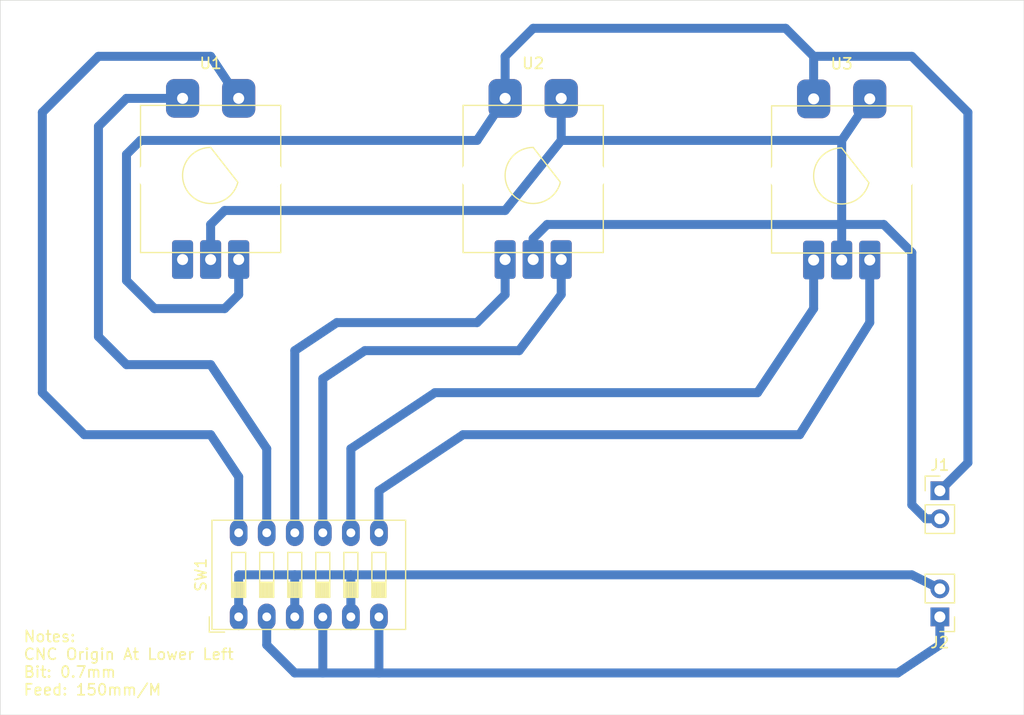
<source format=kicad_pcb>
(kicad_pcb (version 20171130) (host pcbnew "(5.1.7-0-10_14)")

  (general
    (thickness 1.6)
    (drawings 5)
    (tracks 85)
    (zones 0)
    (modules 6)
    (nets 12)
  )

  (page User 150.012 150.012)
  (layers
    (0 F.Cu jumper)
    (31 B.Cu signal)
    (37 F.SilkS user)
    (40 Dwgs.User user)
    (41 Cmts.User user)
    (42 Eco1.User user)
    (43 Eco2.User user)
    (44 Edge.Cuts user)
    (45 Margin user)
    (46 B.CrtYd user hide)
    (47 F.CrtYd user)
  )

  (setup
    (last_trace_width 0.6096)
    (user_trace_width 0.2032)
    (user_trace_width 0.3048)
    (user_trace_width 0.4064)
    (user_trace_width 0.6096)
    (user_trace_width 0.8128)
    (user_trace_width 1.2192)
    (trace_clearance 0.2)
    (zone_clearance 0.508)
    (zone_45_only no)
    (trace_min 0.2)
    (via_size 1)
    (via_drill 0.8)
    (via_min_size 0.8)
    (via_min_drill 0.8)
    (uvia_size 0.3)
    (uvia_drill 0.1)
    (uvias_allowed no)
    (uvia_min_size 0.2)
    (uvia_min_drill 0.1)
    (edge_width 0.05)
    (segment_width 0.2)
    (pcb_text_width 0.3)
    (pcb_text_size 1.5 1.5)
    (mod_edge_width 0.12)
    (mod_text_size 1 1)
    (mod_text_width 0.15)
    (pad_size 1.524 1.524)
    (pad_drill 0.762)
    (pad_to_mask_clearance 0.051)
    (solder_mask_min_width 0.25)
    (aux_axis_origin 0 0)
    (visible_elements FFFFFF7F)
    (pcbplotparams
      (layerselection 0x01020_ffffffff)
      (usegerberextensions false)
      (usegerberattributes false)
      (usegerberadvancedattributes false)
      (creategerberjobfile false)
      (excludeedgelayer true)
      (linewidth 0.100000)
      (plotframeref false)
      (viasonmask false)
      (mode 1)
      (useauxorigin false)
      (hpglpennumber 1)
      (hpglpenspeed 20)
      (hpglpendiameter 15.000000)
      (psnegative false)
      (psa4output false)
      (plotreference true)
      (plotvalue true)
      (plotinvisibletext false)
      (padsonsilk false)
      (subtractmaskfromsilk false)
      (outputformat 1)
      (mirror false)
      (drillshape 0)
      (scaleselection 1)
      (outputdirectory "out/"))
  )

  (net 0 "")
  (net 1 "Net-(SW1-Pad12)")
  (net 2 "Net-(SW1-Pad11)")
  (net 3 "Net-(SW1-Pad10)")
  (net 4 "Net-(SW1-Pad9)")
  (net 5 "Net-(SW1-Pad8)")
  (net 6 "Net-(SW1-Pad7)")
  (net 7 "Net-(U1-Pad1)")
  (net 8 "Net-(J2-Pad2)")
  (net 9 "Net-(J2-Pad1)")
  (net 10 "Net-(J1-Pad1)")
  (net 11 "Net-(J1-Pad2)")

  (net_class Default "This is the default net class."
    (clearance 0.2)
    (trace_width 0.6096)
    (via_dia 1)
    (via_drill 0.8)
    (uvia_dia 0.3)
    (uvia_drill 0.1)
    (add_net "Net-(J1-Pad1)")
    (add_net "Net-(J1-Pad2)")
    (add_net "Net-(J2-Pad1)")
    (add_net "Net-(J2-Pad2)")
    (add_net "Net-(SW1-Pad10)")
    (add_net "Net-(SW1-Pad11)")
    (add_net "Net-(SW1-Pad12)")
    (add_net "Net-(SW1-Pad7)")
    (add_net "Net-(SW1-Pad8)")
    (add_net "Net-(SW1-Pad9)")
    (add_net "Net-(U1-Pad1)")
  )

  (module z_Encoders:enc_PEC_12R (layer F.Cu) (tedit 5E432313) (tstamp 5E06C960)
    (at 97.79 35.604999)
    (descr "PEC 12R Encoder")
    (tags encoder)
    (path /5E067EDB)
    (fp_text reference U3 (at 0 -3.175) (layer F.SilkS)
      (effects (font (size 1 1) (thickness 0.15)))
    )
    (fp_text value enc_PEC (at 0 -5.715) (layer F.Fab)
      (effects (font (size 1 1) (thickness 0.15)))
    )
    (fp_line (start -7.62 16.764) (end -7.62 -2.032) (layer F.Fab) (width 0.12))
    (fp_line (start 7.9756 16.764) (end -7.62 16.764) (layer F.Fab) (width 0.12))
    (fp_line (start 7.9756 -2.032) (end 7.9756 16.764) (layer F.Fab) (width 0.12))
    (fp_line (start -7.62 -2.032) (end 7.9756 -2.032) (layer F.Fab) (width 0.12))
    (fp_line (start -6.35 0.635) (end 6.35 0.635) (layer F.SilkS) (width 0.12))
    (fp_line (start 6.35 0.635) (end 6.35 13.97) (layer F.SilkS) (width 0.12))
    (fp_line (start 6.35 13.97) (end -6.35 13.97) (layer F.SilkS) (width 0.12))
    (fp_line (start -6.35 13.97) (end -6.35 0.635) (layer F.SilkS) (width 0.12))
    (fp_line (start 0 4.445) (end 2.464162 7.601041) (layer F.SilkS) (width 0.12))
    (fp_arc (start 0 6.985) (end 0 4.445) (angle -255.9637456) (layer F.SilkS) (width 0.12))
    (pad 5 thru_hole roundrect (at -2.54 0) (size 3 3.5) (drill 1) (layers *.Cu) (roundrect_rratio 0.25)
      (net 10 "Net-(J1-Pad1)"))
    (pad 4 thru_hole roundrect (at 2.54 0) (size 3 3.5) (drill 1) (layers *.Cu) (roundrect_rratio 0.25)
      (net 11 "Net-(J1-Pad2)"))
    (pad 2 thru_hole roundrect (at 0 14.605) (size 1.9 3.5) (drill 1) (layers *.Cu F.Mask) (roundrect_rratio 0.15))
    (pad 1 thru_hole roundrect (at -2.54 14.605) (size 1.9 3.5) (drill 1) (layers *.Cu F.Mask) (roundrect_rratio 0.15)
      (net 5 "Net-(SW1-Pad8)"))
    (pad 3 thru_hole roundrect (at 2.54 14.605) (size 1.9 3.5) (drill 1) (layers *.Cu F.Mask) (roundrect_rratio 0.15)
      (net 6 "Net-(SW1-Pad7)"))
    (pad "" np_thru_hole circle (at -5.3 6.985) (size 2.6 2.6) (drill 2.6) (layers *.Cu))
    (pad "" np_thru_hole circle (at 5.3 6.985) (size 2.6 2.6) (drill 2.6) (layers *.Cu))
    (model ${KICAD_USER_3DMOD}/enc_EVEJB.step
      (offset (xyz 0 -7 0))
      (scale (xyz 1 1 1))
      (rotate (xyz 0 0 -90))
    )
  )

  (module z_Encoders:enc_PEC_11R (layer F.Cu) (tedit 5E432298) (tstamp 5E06C94F)
    (at 69.85 35.56)
    (descr "PEC 11R Encoder")
    (tags encoder)
    (path /5E068FD8)
    (fp_text reference U2 (at 0 -3.175) (layer F.SilkS)
      (effects (font (size 1 1) (thickness 0.15)))
    )
    (fp_text value enc_PEC (at 0 -5.715) (layer F.Fab)
      (effects (font (size 1 1) (thickness 0.15)))
    )
    (fp_line (start -7.62 16.5608) (end -7.62 -2.0828) (layer F.Fab) (width 0.12))
    (fp_line (start 7.62 16.5608) (end -7.62 16.5608) (layer F.Fab) (width 0.12))
    (fp_line (start 7.62 -2.0828) (end 7.62 16.5608) (layer F.Fab) (width 0.12))
    (fp_line (start -7.62 -2.0828) (end 7.62 -2.0828) (layer F.Fab) (width 0.12))
    (fp_line (start -6.35 0.635) (end 6.35 0.635) (layer F.SilkS) (width 0.12))
    (fp_line (start 6.35 0.635) (end 6.35 13.97) (layer F.SilkS) (width 0.12))
    (fp_line (start 6.35 13.97) (end -6.35 13.97) (layer F.SilkS) (width 0.12))
    (fp_line (start -6.35 13.97) (end -6.35 0.635) (layer F.SilkS) (width 0.12))
    (fp_line (start 0 4.445) (end 2.464162 7.601041) (layer F.SilkS) (width 0.12))
    (fp_arc (start 0 6.985) (end 0 4.445) (angle -255.9637456) (layer F.SilkS) (width 0.12))
    (pad 5 thru_hole roundrect (at -2.54 0) (size 3 3.5) (drill 1) (layers *.Cu) (roundrect_rratio 0.25)
      (net 10 "Net-(J1-Pad1)"))
    (pad 4 thru_hole roundrect (at 2.54 0) (size 3 3.5) (drill 1) (layers *.Cu) (roundrect_rratio 0.25)
      (net 11 "Net-(J1-Pad2)"))
    (pad 2 thru_hole roundrect (at 0 14.605) (size 1.9 3.5) (drill 1) (layers *.Cu F.Mask) (roundrect_rratio 0.15))
    (pad 1 thru_hole roundrect (at -2.54 14.605) (size 1.9 3.5) (drill 1) (layers *.Cu F.Mask) (roundrect_rratio 0.15)
      (net 3 "Net-(SW1-Pad10)"))
    (pad 3 thru_hole roundrect (at 2.54 14.605) (size 1.9 3.5) (drill 1) (layers *.Cu F.Mask) (roundrect_rratio 0.15)
      (net 4 "Net-(SW1-Pad9)"))
    (pad "" np_thru_hole circle (at -5.3 6.985) (size 2.6 2.6) (drill 2.6) (layers *.Cu))
    (pad "" np_thru_hole circle (at 5.3 6.985) (size 2.6 2.6) (drill 2.6) (layers *.Cu))
    (model ${KICAD_USER_3DMOD}/enc_EVEJB.step
      (offset (xyz 0 -7 0))
      (scale (xyz 1 1 1))
      (rotate (xyz 0 0 -90))
    )
  )

  (module z_Encoders:enc_EVEJB (layer F.Cu) (tedit 5E432249) (tstamp 5E06C93E)
    (at 40.64 35.56)
    (descr "EVE JB Encoder")
    (tags encoder)
    (path /5E066CA0)
    (fp_text reference U1 (at 0 -3.175) (layer F.SilkS)
      (effects (font (size 1 1) (thickness 0.15)))
    )
    (fp_text value enc_EVE (at 0 -5.715) (layer F.Fab)
      (effects (font (size 1 1) (thickness 0.15)))
    )
    (fp_line (start -7.4676 16.6624) (end 7.4676 16.6624) (layer F.Fab) (width 0.12))
    (fp_line (start -7.4676 -1.9812) (end -7.4676 16.6624) (layer F.Fab) (width 0.12))
    (fp_line (start 7.4676 -1.9812) (end 7.4676 16.6624) (layer F.Fab) (width 0.12))
    (fp_line (start -7.4676 -1.9812) (end 7.4676 -1.9812) (layer F.Fab) (width 0.12))
    (fp_line (start -6.35 0.635) (end 6.35 0.635) (layer F.SilkS) (width 0.12))
    (fp_line (start 6.35 0.635) (end 6.35 13.97) (layer F.SilkS) (width 0.12))
    (fp_line (start 6.35 13.97) (end -6.35 13.97) (layer F.SilkS) (width 0.12))
    (fp_line (start -6.35 13.97) (end -6.35 0.635) (layer F.SilkS) (width 0.12))
    (fp_line (start 0 4.445) (end 2.464162 7.601041) (layer F.SilkS) (width 0.12))
    (fp_arc (start 0 6.985) (end 0 4.445) (angle -255.9637456) (layer F.SilkS) (width 0.12))
    (pad 5 thru_hole roundrect (at -2.54 0) (size 3 3.5) (drill 1) (layers *.Cu) (roundrect_rratio 0.25)
      (net 2 "Net-(SW1-Pad11)"))
    (pad 4 thru_hole roundrect (at 2.54 0) (size 3 3.5) (drill 1) (layers *.Cu) (roundrect_rratio 0.25)
      (net 1 "Net-(SW1-Pad12)"))
    (pad 2 thru_hole roundrect (at 0 14.605) (size 1.9 3.5) (drill 1) (layers *.Cu F.Mask) (roundrect_rratio 0.15)
      (net 11 "Net-(J1-Pad2)"))
    (pad 1 thru_hole roundrect (at -2.54 14.605) (size 1.9 3.5) (drill 1) (layers *.Cu F.Mask) (roundrect_rratio 0.15)
      (net 7 "Net-(U1-Pad1)"))
    (pad 3 thru_hole roundrect (at 2.54 14.605) (size 1.9 3.5) (drill 1) (layers *.Cu F.Mask) (roundrect_rratio 0.15)
      (net 10 "Net-(J1-Pad1)"))
    (pad "" np_thru_hole circle (at -5.3 6.985) (size 2.6 2.6) (drill 2.6) (layers *.Cu))
    (pad "" np_thru_hole circle (at 5.3 6.985) (size 2.6 2.6) (drill 2.6) (layers *.Cu))
    (model ${KICAD_USER_3DMOD}/enc_EVEJB.step
      (offset (xyz 0 -7 0))
      (scale (xyz 1 1 1))
      (rotate (xyz 0 0 -90))
    )
  )

  (module •My_Footprints:SW_DIP_SPSTx06_Slide_9.78x17.42mm_W7.62mm_P2.54mm (layer F.Cu) (tedit 5A4E1405) (tstamp 5E06C92D)
    (at 43.18 82.55 90)
    (descr "6x-dip-switch SPST , Slide, row spacing 7.62 mm (300 mils), body size 9.78x17.42mm (see e.g. https://www.ctscorp.com/wp-content/uploads/206-208.pdf)")
    (tags "DIP Switch SPST Slide 7.62mm 300mil")
    (path /5E076F16)
    (fp_text reference SW1 (at 3.81 -3.42 90) (layer F.SilkS)
      (effects (font (size 1 1) (thickness 0.15)))
    )
    (fp_text value SW_DIP_x06 (at 3.81 16.12 90) (layer F.Fab)
      (effects (font (size 1 1) (thickness 0.15)))
    )
    (fp_line (start 8.95 -2.7) (end -1.35 -2.7) (layer F.CrtYd) (width 0.05))
    (fp_line (start 8.95 15.4) (end 8.95 -2.7) (layer F.CrtYd) (width 0.05))
    (fp_line (start -1.35 15.4) (end 8.95 15.4) (layer F.CrtYd) (width 0.05))
    (fp_line (start -1.35 -2.7) (end -1.35 15.4) (layer F.CrtYd) (width 0.05))
    (fp_line (start 3.133333 12.065) (end 3.133333 13.335) (layer F.SilkS) (width 0.12))
    (fp_line (start 1.78 13.265) (end 3.133333 13.265) (layer F.SilkS) (width 0.12))
    (fp_line (start 1.78 13.145) (end 3.133333 13.145) (layer F.SilkS) (width 0.12))
    (fp_line (start 1.78 13.025) (end 3.133333 13.025) (layer F.SilkS) (width 0.12))
    (fp_line (start 1.78 12.905) (end 3.133333 12.905) (layer F.SilkS) (width 0.12))
    (fp_line (start 1.78 12.785) (end 3.133333 12.785) (layer F.SilkS) (width 0.12))
    (fp_line (start 1.78 12.665) (end 3.133333 12.665) (layer F.SilkS) (width 0.12))
    (fp_line (start 1.78 12.545) (end 3.133333 12.545) (layer F.SilkS) (width 0.12))
    (fp_line (start 1.78 12.425) (end 3.133333 12.425) (layer F.SilkS) (width 0.12))
    (fp_line (start 1.78 12.305) (end 3.133333 12.305) (layer F.SilkS) (width 0.12))
    (fp_line (start 1.78 12.185) (end 3.133333 12.185) (layer F.SilkS) (width 0.12))
    (fp_line (start 5.84 12.065) (end 1.78 12.065) (layer F.SilkS) (width 0.12))
    (fp_line (start 5.84 13.335) (end 5.84 12.065) (layer F.SilkS) (width 0.12))
    (fp_line (start 1.78 13.335) (end 5.84 13.335) (layer F.SilkS) (width 0.12))
    (fp_line (start 1.78 12.065) (end 1.78 13.335) (layer F.SilkS) (width 0.12))
    (fp_line (start 3.133333 9.525) (end 3.133333 10.795) (layer F.SilkS) (width 0.12))
    (fp_line (start 1.78 10.725) (end 3.133333 10.725) (layer F.SilkS) (width 0.12))
    (fp_line (start 1.78 10.605) (end 3.133333 10.605) (layer F.SilkS) (width 0.12))
    (fp_line (start 1.78 10.485) (end 3.133333 10.485) (layer F.SilkS) (width 0.12))
    (fp_line (start 1.78 10.365) (end 3.133333 10.365) (layer F.SilkS) (width 0.12))
    (fp_line (start 1.78 10.245) (end 3.133333 10.245) (layer F.SilkS) (width 0.12))
    (fp_line (start 1.78 10.125) (end 3.133333 10.125) (layer F.SilkS) (width 0.12))
    (fp_line (start 1.78 10.005) (end 3.133333 10.005) (layer F.SilkS) (width 0.12))
    (fp_line (start 1.78 9.885) (end 3.133333 9.885) (layer F.SilkS) (width 0.12))
    (fp_line (start 1.78 9.765) (end 3.133333 9.765) (layer F.SilkS) (width 0.12))
    (fp_line (start 1.78 9.645) (end 3.133333 9.645) (layer F.SilkS) (width 0.12))
    (fp_line (start 5.84 9.525) (end 1.78 9.525) (layer F.SilkS) (width 0.12))
    (fp_line (start 5.84 10.795) (end 5.84 9.525) (layer F.SilkS) (width 0.12))
    (fp_line (start 1.78 10.795) (end 5.84 10.795) (layer F.SilkS) (width 0.12))
    (fp_line (start 1.78 9.525) (end 1.78 10.795) (layer F.SilkS) (width 0.12))
    (fp_line (start 3.133333 6.985) (end 3.133333 8.255) (layer F.SilkS) (width 0.12))
    (fp_line (start 1.78 8.185) (end 3.133333 8.185) (layer F.SilkS) (width 0.12))
    (fp_line (start 1.78 8.065) (end 3.133333 8.065) (layer F.SilkS) (width 0.12))
    (fp_line (start 1.78 7.945) (end 3.133333 7.945) (layer F.SilkS) (width 0.12))
    (fp_line (start 1.78 7.825) (end 3.133333 7.825) (layer F.SilkS) (width 0.12))
    (fp_line (start 1.78 7.705) (end 3.133333 7.705) (layer F.SilkS) (width 0.12))
    (fp_line (start 1.78 7.585) (end 3.133333 7.585) (layer F.SilkS) (width 0.12))
    (fp_line (start 1.78 7.465) (end 3.133333 7.465) (layer F.SilkS) (width 0.12))
    (fp_line (start 1.78 7.345) (end 3.133333 7.345) (layer F.SilkS) (width 0.12))
    (fp_line (start 1.78 7.225) (end 3.133333 7.225) (layer F.SilkS) (width 0.12))
    (fp_line (start 1.78 7.105) (end 3.133333 7.105) (layer F.SilkS) (width 0.12))
    (fp_line (start 5.84 6.985) (end 1.78 6.985) (layer F.SilkS) (width 0.12))
    (fp_line (start 5.84 8.255) (end 5.84 6.985) (layer F.SilkS) (width 0.12))
    (fp_line (start 1.78 8.255) (end 5.84 8.255) (layer F.SilkS) (width 0.12))
    (fp_line (start 1.78 6.985) (end 1.78 8.255) (layer F.SilkS) (width 0.12))
    (fp_line (start 3.133333 4.445) (end 3.133333 5.715) (layer F.SilkS) (width 0.12))
    (fp_line (start 1.78 5.645) (end 3.133333 5.645) (layer F.SilkS) (width 0.12))
    (fp_line (start 1.78 5.525) (end 3.133333 5.525) (layer F.SilkS) (width 0.12))
    (fp_line (start 1.78 5.405) (end 3.133333 5.405) (layer F.SilkS) (width 0.12))
    (fp_line (start 1.78 5.285) (end 3.133333 5.285) (layer F.SilkS) (width 0.12))
    (fp_line (start 1.78 5.165) (end 3.133333 5.165) (layer F.SilkS) (width 0.12))
    (fp_line (start 1.78 5.045) (end 3.133333 5.045) (layer F.SilkS) (width 0.12))
    (fp_line (start 1.78 4.925) (end 3.133333 4.925) (layer F.SilkS) (width 0.12))
    (fp_line (start 1.78 4.805) (end 3.133333 4.805) (layer F.SilkS) (width 0.12))
    (fp_line (start 1.78 4.685) (end 3.133333 4.685) (layer F.SilkS) (width 0.12))
    (fp_line (start 1.78 4.565) (end 3.133333 4.565) (layer F.SilkS) (width 0.12))
    (fp_line (start 5.84 4.445) (end 1.78 4.445) (layer F.SilkS) (width 0.12))
    (fp_line (start 5.84 5.715) (end 5.84 4.445) (layer F.SilkS) (width 0.12))
    (fp_line (start 1.78 5.715) (end 5.84 5.715) (layer F.SilkS) (width 0.12))
    (fp_line (start 1.78 4.445) (end 1.78 5.715) (layer F.SilkS) (width 0.12))
    (fp_line (start 3.133333 1.905) (end 3.133333 3.175) (layer F.SilkS) (width 0.12))
    (fp_line (start 1.78 3.105) (end 3.133333 3.105) (layer F.SilkS) (width 0.12))
    (fp_line (start 1.78 2.985) (end 3.133333 2.985) (layer F.SilkS) (width 0.12))
    (fp_line (start 1.78 2.865) (end 3.133333 2.865) (layer F.SilkS) (width 0.12))
    (fp_line (start 1.78 2.745) (end 3.133333 2.745) (layer F.SilkS) (width 0.12))
    (fp_line (start 1.78 2.625) (end 3.133333 2.625) (layer F.SilkS) (width 0.12))
    (fp_line (start 1.78 2.505) (end 3.133333 2.505) (layer F.SilkS) (width 0.12))
    (fp_line (start 1.78 2.385) (end 3.133333 2.385) (layer F.SilkS) (width 0.12))
    (fp_line (start 1.78 2.265) (end 3.133333 2.265) (layer F.SilkS) (width 0.12))
    (fp_line (start 1.78 2.145) (end 3.133333 2.145) (layer F.SilkS) (width 0.12))
    (fp_line (start 1.78 2.025) (end 3.133333 2.025) (layer F.SilkS) (width 0.12))
    (fp_line (start 5.84 1.905) (end 1.78 1.905) (layer F.SilkS) (width 0.12))
    (fp_line (start 5.84 3.175) (end 5.84 1.905) (layer F.SilkS) (width 0.12))
    (fp_line (start 1.78 3.175) (end 5.84 3.175) (layer F.SilkS) (width 0.12))
    (fp_line (start 1.78 1.905) (end 1.78 3.175) (layer F.SilkS) (width 0.12))
    (fp_line (start 3.133333 -0.635) (end 3.133333 0.635) (layer F.SilkS) (width 0.12))
    (fp_line (start 1.78 0.565) (end 3.133333 0.565) (layer F.SilkS) (width 0.12))
    (fp_line (start 1.78 0.445) (end 3.133333 0.445) (layer F.SilkS) (width 0.12))
    (fp_line (start 1.78 0.325) (end 3.133333 0.325) (layer F.SilkS) (width 0.12))
    (fp_line (start 1.78 0.205) (end 3.133333 0.205) (layer F.SilkS) (width 0.12))
    (fp_line (start 1.78 0.085) (end 3.133333 0.085) (layer F.SilkS) (width 0.12))
    (fp_line (start 1.78 -0.035) (end 3.133333 -0.035) (layer F.SilkS) (width 0.12))
    (fp_line (start 1.78 -0.155) (end 3.133333 -0.155) (layer F.SilkS) (width 0.12))
    (fp_line (start 1.78 -0.275) (end 3.133333 -0.275) (layer F.SilkS) (width 0.12))
    (fp_line (start 1.78 -0.395) (end 3.133333 -0.395) (layer F.SilkS) (width 0.12))
    (fp_line (start 1.78 -0.515) (end 3.133333 -0.515) (layer F.SilkS) (width 0.12))
    (fp_line (start 5.84 -0.635) (end 1.78 -0.635) (layer F.SilkS) (width 0.12))
    (fp_line (start 5.84 0.635) (end 5.84 -0.635) (layer F.SilkS) (width 0.12))
    (fp_line (start 1.78 0.635) (end 5.84 0.635) (layer F.SilkS) (width 0.12))
    (fp_line (start 1.78 -0.635) (end 1.78 0.635) (layer F.SilkS) (width 0.12))
    (fp_line (start -1.38 -2.66) (end -1.38 -1.277) (layer F.SilkS) (width 0.12))
    (fp_line (start -1.38 -2.66) (end 0.004 -2.66) (layer F.SilkS) (width 0.12))
    (fp_line (start 8.76 -2.42) (end 8.76 15.12) (layer F.SilkS) (width 0.12))
    (fp_line (start -1.14 -2.42) (end -1.14 15.12) (layer F.SilkS) (width 0.12))
    (fp_line (start -1.14 15.12) (end 8.76 15.12) (layer F.SilkS) (width 0.12))
    (fp_line (start -1.14 -2.42) (end 8.76 -2.42) (layer F.SilkS) (width 0.12))
    (fp_line (start 3.133333 12.065) (end 3.133333 13.335) (layer F.Fab) (width 0.1))
    (fp_line (start 1.78 13.265) (end 3.133333 13.265) (layer F.Fab) (width 0.1))
    (fp_line (start 1.78 13.165) (end 3.133333 13.165) (layer F.Fab) (width 0.1))
    (fp_line (start 1.78 13.065) (end 3.133333 13.065) (layer F.Fab) (width 0.1))
    (fp_line (start 1.78 12.965) (end 3.133333 12.965) (layer F.Fab) (width 0.1))
    (fp_line (start 1.78 12.865) (end 3.133333 12.865) (layer F.Fab) (width 0.1))
    (fp_line (start 1.78 12.765) (end 3.133333 12.765) (layer F.Fab) (width 0.1))
    (fp_line (start 1.78 12.665) (end 3.133333 12.665) (layer F.Fab) (width 0.1))
    (fp_line (start 1.78 12.565) (end 3.133333 12.565) (layer F.Fab) (width 0.1))
    (fp_line (start 1.78 12.465) (end 3.133333 12.465) (layer F.Fab) (width 0.1))
    (fp_line (start 1.78 12.365) (end 3.133333 12.365) (layer F.Fab) (width 0.1))
    (fp_line (start 1.78 12.265) (end 3.133333 12.265) (layer F.Fab) (width 0.1))
    (fp_line (start 1.78 12.165) (end 3.133333 12.165) (layer F.Fab) (width 0.1))
    (fp_line (start 5.84 12.065) (end 1.78 12.065) (layer F.Fab) (width 0.1))
    (fp_line (start 5.84 13.335) (end 5.84 12.065) (layer F.Fab) (width 0.1))
    (fp_line (start 1.78 13.335) (end 5.84 13.335) (layer F.Fab) (width 0.1))
    (fp_line (start 1.78 12.065) (end 1.78 13.335) (layer F.Fab) (width 0.1))
    (fp_line (start 3.133333 9.525) (end 3.133333 10.795) (layer F.Fab) (width 0.1))
    (fp_line (start 1.78 10.725) (end 3.133333 10.725) (layer F.Fab) (width 0.1))
    (fp_line (start 1.78 10.625) (end 3.133333 10.625) (layer F.Fab) (width 0.1))
    (fp_line (start 1.78 10.525) (end 3.133333 10.525) (layer F.Fab) (width 0.1))
    (fp_line (start 1.78 10.425) (end 3.133333 10.425) (layer F.Fab) (width 0.1))
    (fp_line (start 1.78 10.325) (end 3.133333 10.325) (layer F.Fab) (width 0.1))
    (fp_line (start 1.78 10.225) (end 3.133333 10.225) (layer F.Fab) (width 0.1))
    (fp_line (start 1.78 10.125) (end 3.133333 10.125) (layer F.Fab) (width 0.1))
    (fp_line (start 1.78 10.025) (end 3.133333 10.025) (layer F.Fab) (width 0.1))
    (fp_line (start 1.78 9.925) (end 3.133333 9.925) (layer F.Fab) (width 0.1))
    (fp_line (start 1.78 9.825) (end 3.133333 9.825) (layer F.Fab) (width 0.1))
    (fp_line (start 1.78 9.725) (end 3.133333 9.725) (layer F.Fab) (width 0.1))
    (fp_line (start 1.78 9.625) (end 3.133333 9.625) (layer F.Fab) (width 0.1))
    (fp_line (start 5.84 9.525) (end 1.78 9.525) (layer F.Fab) (width 0.1))
    (fp_line (start 5.84 10.795) (end 5.84 9.525) (layer F.Fab) (width 0.1))
    (fp_line (start 1.78 10.795) (end 5.84 10.795) (layer F.Fab) (width 0.1))
    (fp_line (start 1.78 9.525) (end 1.78 10.795) (layer F.Fab) (width 0.1))
    (fp_line (start 3.133333 6.985) (end 3.133333 8.255) (layer F.Fab) (width 0.1))
    (fp_line (start 1.78 8.185) (end 3.133333 8.185) (layer F.Fab) (width 0.1))
    (fp_line (start 1.78 8.085) (end 3.133333 8.085) (layer F.Fab) (width 0.1))
    (fp_line (start 1.78 7.985) (end 3.133333 7.985) (layer F.Fab) (width 0.1))
    (fp_line (start 1.78 7.885) (end 3.133333 7.885) (layer F.Fab) (width 0.1))
    (fp_line (start 1.78 7.785) (end 3.133333 7.785) (layer F.Fab) (width 0.1))
    (fp_line (start 1.78 7.685) (end 3.133333 7.685) (layer F.Fab) (width 0.1))
    (fp_line (start 1.78 7.585) (end 3.133333 7.585) (layer F.Fab) (width 0.1))
    (fp_line (start 1.78 7.485) (end 3.133333 7.485) (layer F.Fab) (width 0.1))
    (fp_line (start 1.78 7.385) (end 3.133333 7.385) (layer F.Fab) (width 0.1))
    (fp_line (start 1.78 7.285) (end 3.133333 7.285) (layer F.Fab) (width 0.1))
    (fp_line (start 1.78 7.185) (end 3.133333 7.185) (layer F.Fab) (width 0.1))
    (fp_line (start 1.78 7.085) (end 3.133333 7.085) (layer F.Fab) (width 0.1))
    (fp_line (start 5.84 6.985) (end 1.78 6.985) (layer F.Fab) (width 0.1))
    (fp_line (start 5.84 8.255) (end 5.84 6.985) (layer F.Fab) (width 0.1))
    (fp_line (start 1.78 8.255) (end 5.84 8.255) (layer F.Fab) (width 0.1))
    (fp_line (start 1.78 6.985) (end 1.78 8.255) (layer F.Fab) (width 0.1))
    (fp_line (start 3.133333 4.445) (end 3.133333 5.715) (layer F.Fab) (width 0.1))
    (fp_line (start 1.78 5.645) (end 3.133333 5.645) (layer F.Fab) (width 0.1))
    (fp_line (start 1.78 5.545) (end 3.133333 5.545) (layer F.Fab) (width 0.1))
    (fp_line (start 1.78 5.445) (end 3.133333 5.445) (layer F.Fab) (width 0.1))
    (fp_line (start 1.78 5.345) (end 3.133333 5.345) (layer F.Fab) (width 0.1))
    (fp_line (start 1.78 5.245) (end 3.133333 5.245) (layer F.Fab) (width 0.1))
    (fp_line (start 1.78 5.145) (end 3.133333 5.145) (layer F.Fab) (width 0.1))
    (fp_line (start 1.78 5.045) (end 3.133333 5.045) (layer F.Fab) (width 0.1))
    (fp_line (start 1.78 4.945) (end 3.133333 4.945) (layer F.Fab) (width 0.1))
    (fp_line (start 1.78 4.845) (end 3.133333 4.845) (layer F.Fab) (width 0.1))
    (fp_line (start 1.78 4.745) (end 3.133333 4.745) (layer F.Fab) (width 0.1))
    (fp_line (start 1.78 4.645) (end 3.133333 4.645) (layer F.Fab) (width 0.1))
    (fp_line (start 1.78 4.545) (end 3.133333 4.545) (layer F.Fab) (width 0.1))
    (fp_line (start 5.84 4.445) (end 1.78 4.445) (layer F.Fab) (width 0.1))
    (fp_line (start 5.84 5.715) (end 5.84 4.445) (layer F.Fab) (width 0.1))
    (fp_line (start 1.78 5.715) (end 5.84 5.715) (layer F.Fab) (width 0.1))
    (fp_line (start 1.78 4.445) (end 1.78 5.715) (layer F.Fab) (width 0.1))
    (fp_line (start 3.133333 1.905) (end 3.133333 3.175) (layer F.Fab) (width 0.1))
    (fp_line (start 1.78 3.105) (end 3.133333 3.105) (layer F.Fab) (width 0.1))
    (fp_line (start 1.78 3.005) (end 3.133333 3.005) (layer F.Fab) (width 0.1))
    (fp_line (start 1.78 2.905) (end 3.133333 2.905) (layer F.Fab) (width 0.1))
    (fp_line (start 1.78 2.805) (end 3.133333 2.805) (layer F.Fab) (width 0.1))
    (fp_line (start 1.78 2.705) (end 3.133333 2.705) (layer F.Fab) (width 0.1))
    (fp_line (start 1.78 2.605) (end 3.133333 2.605) (layer F.Fab) (width 0.1))
    (fp_line (start 1.78 2.505) (end 3.133333 2.505) (layer F.Fab) (width 0.1))
    (fp_line (start 1.78 2.405) (end 3.133333 2.405) (layer F.Fab) (width 0.1))
    (fp_line (start 1.78 2.305) (end 3.133333 2.305) (layer F.Fab) (width 0.1))
    (fp_line (start 1.78 2.205) (end 3.133333 2.205) (layer F.Fab) (width 0.1))
    (fp_line (start 1.78 2.105) (end 3.133333 2.105) (layer F.Fab) (width 0.1))
    (fp_line (start 1.78 2.005) (end 3.133333 2.005) (layer F.Fab) (width 0.1))
    (fp_line (start 5.84 1.905) (end 1.78 1.905) (layer F.Fab) (width 0.1))
    (fp_line (start 5.84 3.175) (end 5.84 1.905) (layer F.Fab) (width 0.1))
    (fp_line (start 1.78 3.175) (end 5.84 3.175) (layer F.Fab) (width 0.1))
    (fp_line (start 1.78 1.905) (end 1.78 3.175) (layer F.Fab) (width 0.1))
    (fp_line (start 3.133333 -0.635) (end 3.133333 0.635) (layer F.Fab) (width 0.1))
    (fp_line (start 1.78 0.565) (end 3.133333 0.565) (layer F.Fab) (width 0.1))
    (fp_line (start 1.78 0.465) (end 3.133333 0.465) (layer F.Fab) (width 0.1))
    (fp_line (start 1.78 0.365) (end 3.133333 0.365) (layer F.Fab) (width 0.1))
    (fp_line (start 1.78 0.265) (end 3.133333 0.265) (layer F.Fab) (width 0.1))
    (fp_line (start 1.78 0.165) (end 3.133333 0.165) (layer F.Fab) (width 0.1))
    (fp_line (start 1.78 0.065) (end 3.133333 0.065) (layer F.Fab) (width 0.1))
    (fp_line (start 1.78 -0.035) (end 3.133333 -0.035) (layer F.Fab) (width 0.1))
    (fp_line (start 1.78 -0.135) (end 3.133333 -0.135) (layer F.Fab) (width 0.1))
    (fp_line (start 1.78 -0.235) (end 3.133333 -0.235) (layer F.Fab) (width 0.1))
    (fp_line (start 1.78 -0.335) (end 3.133333 -0.335) (layer F.Fab) (width 0.1))
    (fp_line (start 1.78 -0.435) (end 3.133333 -0.435) (layer F.Fab) (width 0.1))
    (fp_line (start 1.78 -0.535) (end 3.133333 -0.535) (layer F.Fab) (width 0.1))
    (fp_line (start 5.84 -0.635) (end 1.78 -0.635) (layer F.Fab) (width 0.1))
    (fp_line (start 5.84 0.635) (end 5.84 -0.635) (layer F.Fab) (width 0.1))
    (fp_line (start 1.78 0.635) (end 5.84 0.635) (layer F.Fab) (width 0.1))
    (fp_line (start 1.78 -0.635) (end 1.78 0.635) (layer F.Fab) (width 0.1))
    (fp_line (start -1.08 -1.36) (end -0.08 -2.36) (layer F.Fab) (width 0.1))
    (fp_line (start -1.08 15.06) (end -1.08 -1.36) (layer F.Fab) (width 0.1))
    (fp_line (start 8.7 15.06) (end -1.08 15.06) (layer F.Fab) (width 0.1))
    (fp_line (start 8.7 -2.36) (end 8.7 15.06) (layer F.Fab) (width 0.1))
    (fp_line (start -0.08 -2.36) (end 8.7 -2.36) (layer F.Fab) (width 0.1))
    (fp_text user on (at 5.365 -1.4975 90) (layer F.Fab)
      (effects (font (size 0.8 0.8) (thickness 0.12)))
    )
    (fp_text user %R (at 7.27 6.35) (layer F.Fab)
      (effects (font (size 0.8 0.8) (thickness 0.12)))
    )
    (pad 12 thru_hole oval (at 7.62 0 90) (size 2.4 1.6) (drill 0.8) (layers *.Cu *.Mask)
      (net 1 "Net-(SW1-Pad12)"))
    (pad 6 thru_hole oval (at 0 12.7 90) (size 2.4 1.6) (drill 0.8) (layers *.Cu *.Mask)
      (net 8 "Net-(J2-Pad2)"))
    (pad 11 thru_hole oval (at 7.62 2.54 90) (size 2.4 1.6) (drill 0.8) (layers *.Cu *.Mask)
      (net 2 "Net-(SW1-Pad11)"))
    (pad 5 thru_hole oval (at 0 10.16 90) (size 2.4 1.6) (drill 0.8) (layers *.Cu *.Mask)
      (net 9 "Net-(J2-Pad1)"))
    (pad 10 thru_hole oval (at 7.62 5.08 90) (size 2.4 1.6) (drill 0.8) (layers *.Cu *.Mask)
      (net 3 "Net-(SW1-Pad10)"))
    (pad 4 thru_hole oval (at 0 7.62 90) (size 2.4 1.6) (drill 0.8) (layers *.Cu *.Mask)
      (net 8 "Net-(J2-Pad2)"))
    (pad 9 thru_hole oval (at 7.62 7.62 90) (size 2.4 1.6) (drill 0.8) (layers *.Cu *.Mask)
      (net 4 "Net-(SW1-Pad9)"))
    (pad 3 thru_hole oval (at 0 5.08 90) (size 2.4 1.6) (drill 0.8) (layers *.Cu *.Mask)
      (net 9 "Net-(J2-Pad1)"))
    (pad 8 thru_hole oval (at 7.62 10.16 90) (size 2.4 1.6) (drill 0.8) (layers *.Cu *.Mask)
      (net 5 "Net-(SW1-Pad8)"))
    (pad 2 thru_hole oval (at 0 2.54 90) (size 2.4 1.6) (drill 0.8) (layers *.Cu *.Mask)
      (net 8 "Net-(J2-Pad2)"))
    (pad 7 thru_hole oval (at 7.62 12.7 90) (size 2.4 1.6) (drill 0.8) (layers *.Cu *.Mask)
      (net 6 "Net-(SW1-Pad7)"))
    (pad 1 thru_hole oval (at 0 0 90) (size 2.4 1.6) (drill 0.8) (layers *.Cu *.Mask)
      (net 9 "Net-(J2-Pad1)"))
    (model ${KISYS3DMOD}/Button_Switch_THT.3dshapes/SW_DIP_SPSTx06_Slide_9.78x17.42mm_W7.62mm_P2.54mm.wrl
      (at (xyz 0 0 0))
      (scale (xyz 1 1 1))
      (rotate (xyz 0 0 90))
    )
  )

  (module Connector_PinHeader_2.54mm:PinHeader_1x02_P2.54mm_Vertical (layer F.Cu) (tedit 59FED5CC) (tstamp 5E06D630)
    (at 106.68 71.12)
    (descr "Through hole straight pin header, 1x02, 2.54mm pitch, single row")
    (tags "Through hole pin header THT 1x02 2.54mm single row")
    (path /5E07EDA5)
    (fp_text reference J1 (at 0 -2.33) (layer F.SilkS)
      (effects (font (size 1 1) (thickness 0.15)))
    )
    (fp_text value Conn_01x02_Female (at 0 4.87) (layer F.Fab)
      (effects (font (size 1 1) (thickness 0.15)))
    )
    (fp_line (start -0.635 -1.27) (end 1.27 -1.27) (layer F.Fab) (width 0.1))
    (fp_line (start 1.27 -1.27) (end 1.27 3.81) (layer F.Fab) (width 0.1))
    (fp_line (start 1.27 3.81) (end -1.27 3.81) (layer F.Fab) (width 0.1))
    (fp_line (start -1.27 3.81) (end -1.27 -0.635) (layer F.Fab) (width 0.1))
    (fp_line (start -1.27 -0.635) (end -0.635 -1.27) (layer F.Fab) (width 0.1))
    (fp_line (start -1.33 3.87) (end 1.33 3.87) (layer F.SilkS) (width 0.12))
    (fp_line (start -1.33 1.27) (end -1.33 3.87) (layer F.SilkS) (width 0.12))
    (fp_line (start 1.33 1.27) (end 1.33 3.87) (layer F.SilkS) (width 0.12))
    (fp_line (start -1.33 1.27) (end 1.33 1.27) (layer F.SilkS) (width 0.12))
    (fp_line (start -1.33 0) (end -1.33 -1.33) (layer F.SilkS) (width 0.12))
    (fp_line (start -1.33 -1.33) (end 0 -1.33) (layer F.SilkS) (width 0.12))
    (fp_line (start -1.8 -1.8) (end -1.8 4.35) (layer F.CrtYd) (width 0.05))
    (fp_line (start -1.8 4.35) (end 1.8 4.35) (layer F.CrtYd) (width 0.05))
    (fp_line (start 1.8 4.35) (end 1.8 -1.8) (layer F.CrtYd) (width 0.05))
    (fp_line (start 1.8 -1.8) (end -1.8 -1.8) (layer F.CrtYd) (width 0.05))
    (fp_text user %R (at 0 1.27 90) (layer F.Fab)
      (effects (font (size 1 1) (thickness 0.15)))
    )
    (pad 1 thru_hole rect (at 0 0) (size 1.7 1.7) (drill 1) (layers *.Cu *.Mask)
      (net 10 "Net-(J1-Pad1)"))
    (pad 2 thru_hole oval (at 0 2.54) (size 1.7 1.7) (drill 1) (layers *.Cu *.Mask)
      (net 11 "Net-(J1-Pad2)"))
    (model ${KISYS3DMOD}/Connector_PinHeader_2.54mm.3dshapes/PinHeader_1x02_P2.54mm_Vertical.wrl
      (at (xyz 0 0 0))
      (scale (xyz 1 1 1))
      (rotate (xyz 0 0 0))
    )
  )

  (module Connector_PinHeader_2.54mm:PinHeader_1x02_P2.54mm_Vertical (layer F.Cu) (tedit 59FED5CC) (tstamp 5E06D646)
    (at 106.68 82.55 180)
    (descr "Through hole straight pin header, 1x02, 2.54mm pitch, single row")
    (tags "Through hole pin header THT 1x02 2.54mm single row")
    (path /5E080360)
    (fp_text reference J2 (at 0 -2.33) (layer F.SilkS)
      (effects (font (size 1 1) (thickness 0.15)))
    )
    (fp_text value Conn_01x02_Female (at 0 4.87) (layer F.Fab)
      (effects (font (size 1 1) (thickness 0.15)))
    )
    (fp_line (start 1.8 -1.8) (end -1.8 -1.8) (layer F.CrtYd) (width 0.05))
    (fp_line (start 1.8 4.35) (end 1.8 -1.8) (layer F.CrtYd) (width 0.05))
    (fp_line (start -1.8 4.35) (end 1.8 4.35) (layer F.CrtYd) (width 0.05))
    (fp_line (start -1.8 -1.8) (end -1.8 4.35) (layer F.CrtYd) (width 0.05))
    (fp_line (start -1.33 -1.33) (end 0 -1.33) (layer F.SilkS) (width 0.12))
    (fp_line (start -1.33 0) (end -1.33 -1.33) (layer F.SilkS) (width 0.12))
    (fp_line (start -1.33 1.27) (end 1.33 1.27) (layer F.SilkS) (width 0.12))
    (fp_line (start 1.33 1.27) (end 1.33 3.87) (layer F.SilkS) (width 0.12))
    (fp_line (start -1.33 1.27) (end -1.33 3.87) (layer F.SilkS) (width 0.12))
    (fp_line (start -1.33 3.87) (end 1.33 3.87) (layer F.SilkS) (width 0.12))
    (fp_line (start -1.27 -0.635) (end -0.635 -1.27) (layer F.Fab) (width 0.1))
    (fp_line (start -1.27 3.81) (end -1.27 -0.635) (layer F.Fab) (width 0.1))
    (fp_line (start 1.27 3.81) (end -1.27 3.81) (layer F.Fab) (width 0.1))
    (fp_line (start 1.27 -1.27) (end 1.27 3.81) (layer F.Fab) (width 0.1))
    (fp_line (start -0.635 -1.27) (end 1.27 -1.27) (layer F.Fab) (width 0.1))
    (fp_text user %R (at 0 1.27 90) (layer F.Fab)
      (effects (font (size 1 1) (thickness 0.15)))
    )
    (pad 2 thru_hole oval (at 0 2.54 180) (size 1.7 1.7) (drill 1) (layers *.Cu *.Mask)
      (net 8 "Net-(J2-Pad2)"))
    (pad 1 thru_hole rect (at 0 0 180) (size 1.7 1.7) (drill 1) (layers *.Cu *.Mask)
      (net 9 "Net-(J2-Pad1)"))
    (model ${KISYS3DMOD}/Connector_PinHeader_2.54mm.3dshapes/PinHeader_1x02_P2.54mm_Vertical.wrl
      (at (xyz 0 0 0))
      (scale (xyz 1 1 1))
      (rotate (xyz 0 0 0))
    )
  )

  (gr_text "Notes: \nCNC Origin At Lower Left \nBit: 0.7mm \nFeed: 150mm/M" (at 23.622 86.741) (layer F.SilkS)
    (effects (font (size 1 1) (thickness 0.15)) (justify left))
  )
  (gr_line (start 21.59 91.44) (end 21.59 26.67) (layer Edge.Cuts) (width 0.05) (tstamp 5F60DE79))
  (gr_line (start 114.3 91.44) (end 21.59 91.44) (layer Edge.Cuts) (width 0.05))
  (gr_line (start 114.3 26.67) (end 114.3 91.44) (layer Edge.Cuts) (width 0.05))
  (gr_line (start 21.59 26.67) (end 114.3 26.67) (layer Edge.Cuts) (width 0.05))

  (segment (start 43.18 74.93) (end 43.18 69.85) (width 0.8128) (layer B.Cu) (net 1))
  (segment (start 43.18 69.85) (end 40.64 66.04) (width 0.8128) (layer B.Cu) (net 1))
  (segment (start 40.64 66.04) (end 29.21 66.04) (width 0.8128) (layer B.Cu) (net 1))
  (segment (start 25.4 36.83) (end 30.48 31.75) (width 0.8128) (layer B.Cu) (net 1))
  (segment (start 30.48 31.75) (end 40.64 31.75) (width 0.8128) (layer B.Cu) (net 1))
  (segment (start 40.64 31.75) (end 43.18 35.56) (width 0.8128) (layer B.Cu) (net 1))
  (segment (start 25.4 36.83) (end 25.4 62.23) (width 0.8128) (layer B.Cu) (net 1))
  (segment (start 25.4 62.23) (end 29.21 66.04) (width 0.8128) (layer B.Cu) (net 1))
  (segment (start 45.72 67.31) (end 45.72 74.93) (width 0.8128) (layer B.Cu) (net 2))
  (segment (start 40.64 59.69) (end 45.72 67.31) (width 0.8128) (layer B.Cu) (net 2))
  (segment (start 33.02 59.69) (end 40.64 59.69) (width 0.8128) (layer B.Cu) (net 2))
  (segment (start 33.02 35.56) (end 30.48 38.1) (width 0.8128) (layer B.Cu) (net 2))
  (segment (start 38.1 35.56) (end 33.02 35.56) (width 0.8128) (layer B.Cu) (net 2))
  (segment (start 33.02 59.69) (end 30.48 57.15) (width 0.8128) (layer B.Cu) (net 2))
  (segment (start 30.48 57.15) (end 30.48 38.1) (width 0.8128) (layer B.Cu) (net 2))
  (segment (start 67.31 50.165) (end 67.31 53.34) (width 0.8128) (layer B.Cu) (net 3))
  (segment (start 67.31 53.34) (end 64.77 55.88) (width 0.8128) (layer B.Cu) (net 3))
  (segment (start 64.77 55.88) (end 52.07 55.88) (width 0.8128) (layer B.Cu) (net 3))
  (segment (start 52.07 55.88) (end 48.26 58.42) (width 0.8128) (layer B.Cu) (net 3))
  (segment (start 48.26 58.42) (end 48.26 74.93) (width 0.8128) (layer B.Cu) (net 3))
  (segment (start 72.39 50.165) (end 72.39 53.34) (width 0.8128) (layer B.Cu) (net 4))
  (segment (start 72.39 53.34) (end 68.58 58.42) (width 0.8128) (layer B.Cu) (net 4))
  (segment (start 68.58 58.42) (end 54.61 58.42) (width 0.8128) (layer B.Cu) (net 4))
  (segment (start 54.61 58.42) (end 50.8 60.96) (width 0.8128) (layer B.Cu) (net 4))
  (segment (start 50.8 60.96) (end 50.8 74.93) (width 0.8128) (layer B.Cu) (net 4))
  (segment (start 95.25 50.209999) (end 95.25 54.61) (width 0.8128) (layer B.Cu) (net 5))
  (segment (start 95.25 54.61) (end 90.17 62.23) (width 0.8128) (layer B.Cu) (net 5))
  (segment (start 90.17 62.23) (end 60.96 62.23) (width 0.8128) (layer B.Cu) (net 5))
  (segment (start 60.96 62.23) (end 53.34 67.31) (width 0.8128) (layer B.Cu) (net 5))
  (segment (start 53.34 67.31) (end 53.34 74.93) (width 0.8128) (layer B.Cu) (net 5))
  (segment (start 100.33 50.209999) (end 100.33 55.88) (width 0.8128) (layer B.Cu) (net 6))
  (segment (start 100.33 55.88) (end 93.98 66.04) (width 0.8128) (layer B.Cu) (net 6))
  (segment (start 93.98 66.04) (end 63.5 66.04) (width 0.8128) (layer B.Cu) (net 6))
  (segment (start 63.5 66.04) (end 55.88 71.12) (width 0.8128) (layer B.Cu) (net 6))
  (segment (start 55.88 71.12) (end 55.88 74.93) (width 0.8128) (layer B.Cu) (net 6))
  (segment (start 45.72 82.55) (end 45.72 85.09) (width 0.8128) (layer B.Cu) (net 8))
  (segment (start 45.72 85.09) (end 48.26 87.63) (width 0.8128) (layer B.Cu) (net 8))
  (segment (start 102.87 87.63) (end 106.68 85.09) (width 0.8128) (layer B.Cu) (net 8))
  (segment (start 106.68 85.09) (end 106.68 82.55) (width 0.8128) (layer B.Cu) (net 8))
  (segment (start 50.8 82.55) (end 50.8 87.63) (width 0.8128) (layer B.Cu) (net 8))
  (segment (start 48.26 87.63) (end 50.8 87.63) (width 0.8128) (layer B.Cu) (net 8))
  (segment (start 55.88 87.63) (end 102.87 87.63) (width 0.8128) (layer B.Cu) (net 8))
  (segment (start 55.88 82.55) (end 55.88 87.63) (width 0.8128) (layer B.Cu) (net 8))
  (segment (start 50.8 87.63) (end 55.88 87.63) (width 0.8128) (layer B.Cu) (net 8))
  (segment (start 43.18 82.55) (end 43.18 78.74) (width 0.8128) (layer B.Cu) (net 9))
  (segment (start 104.14 78.74) (end 106.68 80.01) (width 0.8128) (layer B.Cu) (net 9))
  (segment (start 48.26 82.55) (end 48.26 78.74) (width 0.8128) (layer B.Cu) (net 9))
  (segment (start 43.18 78.74) (end 48.26 78.74) (width 0.8128) (layer B.Cu) (net 9))
  (segment (start 53.34 82.55) (end 53.34 78.74) (width 0.8128) (layer B.Cu) (net 9))
  (segment (start 53.34 78.74) (end 104.14 78.74) (width 0.8128) (layer B.Cu) (net 9))
  (segment (start 48.26 78.74) (end 53.34 78.74) (width 0.8128) (layer B.Cu) (net 9))
  (segment (start 43.18 50.165) (end 43.18 53.34) (width 0.8128) (layer B.Cu) (net 10))
  (segment (start 43.18 53.34) (end 41.91 54.61) (width 0.8128) (layer B.Cu) (net 10))
  (segment (start 41.91 54.61) (end 35.56 54.61) (width 0.8128) (layer B.Cu) (net 10))
  (segment (start 34.29 39.37) (end 64.77 39.37) (width 0.8128) (layer B.Cu) (net 10))
  (segment (start 64.77 39.37) (end 67.31 35.56) (width 0.8128) (layer B.Cu) (net 10))
  (segment (start 33.02 40.64) (end 34.29 39.37) (width 0.8128) (layer B.Cu) (net 10))
  (segment (start 95.25 31.75) (end 95.25 35.604999) (width 0.8128) (layer B.Cu) (net 10))
  (segment (start 92.71 29.21) (end 95.25 31.75) (width 0.8128) (layer B.Cu) (net 10))
  (segment (start 69.85 29.21) (end 92.71 29.21) (width 0.8128) (layer B.Cu) (net 10))
  (segment (start 67.31 31.75) (end 69.85 29.21) (width 0.8128) (layer B.Cu) (net 10))
  (segment (start 67.31 35.56) (end 67.31 31.75) (width 0.8128) (layer B.Cu) (net 10))
  (segment (start 95.25 31.75) (end 104.14 31.75) (width 0.8128) (layer B.Cu) (net 10))
  (segment (start 104.14 31.75) (end 109.22 36.83) (width 0.8128) (layer B.Cu) (net 10))
  (segment (start 109.22 36.83) (end 109.22 68.58) (width 0.8128) (layer B.Cu) (net 10))
  (segment (start 109.22 68.58) (end 106.68 71.12) (width 0.8128) (layer B.Cu) (net 10))
  (segment (start 33.02 40.64) (end 33.02 52.07) (width 0.8128) (layer B.Cu) (net 10))
  (segment (start 33.02 52.07) (end 35.56 54.61) (width 0.8128) (layer B.Cu) (net 10))
  (segment (start 69.85 50.165) (end 69.85 48.26) (width 0.8128) (layer B.Cu) (net 11))
  (segment (start 69.85 48.26) (end 71.12 46.99) (width 0.8128) (layer B.Cu) (net 11))
  (segment (start 71.12 46.99) (end 97.79 46.99) (width 0.8128) (layer B.Cu) (net 11))
  (segment (start 97.79 46.99) (end 97.79 39.37) (width 0.8128) (layer B.Cu) (net 11))
  (segment (start 97.79 50.209999) (end 97.79 46.99) (width 0.8128) (layer B.Cu) (net 11))
  (segment (start 40.64 50.165) (end 40.64 46.99) (width 0.8128) (layer B.Cu) (net 11))
  (segment (start 41.91 45.72) (end 67.31 45.72) (width 0.8128) (layer B.Cu) (net 11))
  (segment (start 40.64 46.99) (end 41.91 45.72) (width 0.8128) (layer B.Cu) (net 11))
  (segment (start 67.31 45.72) (end 72.39 39.37) (width 0.8128) (layer B.Cu) (net 11))
  (segment (start 100.33 35.604999) (end 97.79 39.37) (width 0.8128) (layer B.Cu) (net 11))
  (segment (start 97.79 39.37) (end 72.39 39.37) (width 0.8128) (layer B.Cu) (net 11))
  (segment (start 72.39 39.37) (end 72.39 35.56) (width 0.8128) (layer B.Cu) (net 11))
  (segment (start 106.68 73.66) (end 105.41 73.66) (width 0.8128) (layer B.Cu) (net 11))
  (segment (start 105.41 73.66) (end 104.14 72.39) (width 0.8128) (layer B.Cu) (net 11))
  (segment (start 104.14 72.39) (end 104.14 49.53) (width 0.8128) (layer B.Cu) (net 11))
  (segment (start 104.14 49.53) (end 101.6 46.99) (width 0.8128) (layer B.Cu) (net 11))
  (segment (start 101.6 46.99) (end 97.79 46.99) (width 0.8128) (layer B.Cu) (net 11))

)

</source>
